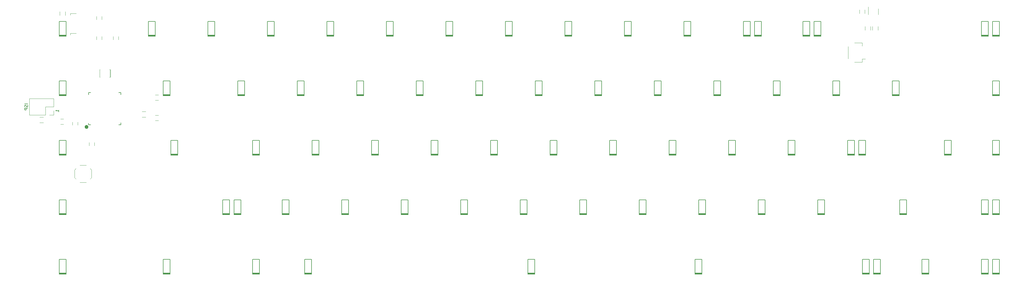
<source format=gbr>
%TF.GenerationSoftware,KiCad,Pcbnew,(5.99.0-12740-g895f4ca989)*%
%TF.CreationDate,2021-10-23T17:36:28+02:00*%
%TF.ProjectId,mamooth,6d616d6f-6f74-4682-9e6b-696361645f70,rev?*%
%TF.SameCoordinates,Original*%
%TF.FileFunction,Legend,Bot*%
%TF.FilePolarity,Positive*%
%FSLAX46Y46*%
G04 Gerber Fmt 4.6, Leading zero omitted, Abs format (unit mm)*
G04 Created by KiCad (PCBNEW (5.99.0-12740-g895f4ca989)) date 2021-10-23 17:36:28*
%MOMM*%
%LPD*%
G01*
G04 APERTURE LIST*
%ADD10C,0.150000*%
%ADD11C,0.120000*%
G04 APERTURE END LIST*
D10*
%TO.C,J2*%
X6110494Y-34875390D02*
X5110494Y-34875390D01*
X6062875Y-35303961D02*
X6110494Y-35446819D01*
X6110494Y-35684914D01*
X6062875Y-35780152D01*
X6015256Y-35827771D01*
X5920018Y-35875390D01*
X5824780Y-35875390D01*
X5729542Y-35827771D01*
X5681923Y-35780152D01*
X5634304Y-35684914D01*
X5586685Y-35494438D01*
X5539066Y-35399200D01*
X5491447Y-35351581D01*
X5396209Y-35303961D01*
X5300971Y-35303961D01*
X5205733Y-35351581D01*
X5158114Y-35399200D01*
X5110494Y-35494438D01*
X5110494Y-35732533D01*
X5158114Y-35875390D01*
X6110494Y-36303961D02*
X5110494Y-36303961D01*
X5110494Y-36684914D01*
X5158114Y-36780152D01*
X5205733Y-36827771D01*
X5300971Y-36875390D01*
X5443828Y-36875390D01*
X5539066Y-36827771D01*
X5586685Y-36780152D01*
X5634304Y-36684914D01*
X5634304Y-36303961D01*
X16060494Y-37407295D02*
X16060494Y-36835866D01*
X16060494Y-37121581D02*
X15060494Y-37121581D01*
X15203352Y-37026342D01*
X15298590Y-36931104D01*
X15346209Y-36835866D01*
%TO.C,D7*%
X139989181Y-13215634D02*
X142189181Y-13215634D01*
X139989181Y-12915634D02*
X142189181Y-12915634D01*
X139989181Y-8515634D02*
X139989181Y-12915634D01*
X142189181Y-12915634D02*
X142189181Y-8515634D01*
X142189181Y-13215634D02*
X142189181Y-12915634D01*
X142189181Y-13015634D02*
X139989181Y-13015634D01*
X142189181Y-13215634D02*
X139989181Y-13215634D01*
X142189181Y-12915634D02*
X142189181Y-13015634D01*
X139989181Y-13215634D02*
X139989181Y-12715634D01*
X139989181Y-13115634D02*
X142189181Y-13115634D01*
X142189181Y-13115634D02*
X142189181Y-13215634D01*
X139989181Y-13015634D02*
X139989181Y-13115634D01*
X142189181Y-8515634D02*
X139989181Y-8515634D01*
X139989181Y-12715634D02*
X139989181Y-13215634D01*
%TO.C,D53*%
X106651653Y-70365682D02*
X106651653Y-69865682D01*
X106651653Y-69865682D02*
X106651653Y-70365682D01*
X108851653Y-70165682D02*
X106651653Y-70165682D01*
X106651653Y-70265682D02*
X108851653Y-70265682D01*
X106651653Y-70065682D02*
X108851653Y-70065682D01*
X106651653Y-70365682D02*
X108851653Y-70365682D01*
X106651653Y-70165682D02*
X106651653Y-70265682D01*
X108851653Y-70065682D02*
X108851653Y-70165682D01*
X108851653Y-70365682D02*
X106651653Y-70365682D01*
X108851653Y-70365682D02*
X108851653Y-70065682D01*
X108851653Y-70065682D02*
X108851653Y-65665682D01*
X106651653Y-65665682D02*
X106651653Y-70065682D01*
X108851653Y-70265682D02*
X108851653Y-70365682D01*
X108851653Y-65665682D02*
X106651653Y-65665682D01*
D11*
%TO.C,J3*%
X270747416Y-15344663D02*
X273247416Y-15344663D01*
X273247416Y-20514663D02*
X274237416Y-20514663D01*
X273247416Y-21564663D02*
X273247416Y-20514663D01*
X270747416Y-21564663D02*
X273247416Y-21564663D01*
X268777416Y-20394663D02*
X268777416Y-16514663D01*
X273247416Y-15344663D02*
X273247416Y-16394663D01*
D10*
%TO.C,D6*%
X123139165Y-13115634D02*
X123139165Y-13215634D01*
X120939165Y-13115634D02*
X123139165Y-13115634D01*
X120939165Y-8515634D02*
X120939165Y-12915634D01*
X120939165Y-13215634D02*
X123139165Y-13215634D01*
X123139165Y-12915634D02*
X123139165Y-13015634D01*
X120939165Y-12915634D02*
X123139165Y-12915634D01*
X120939165Y-13015634D02*
X120939165Y-13115634D01*
X123139165Y-13215634D02*
X123139165Y-12915634D01*
X123139165Y-13015634D02*
X120939165Y-13015634D01*
X123139165Y-13215634D02*
X120939165Y-13215634D01*
X123139165Y-12915634D02*
X123139165Y-8515634D01*
X120939165Y-12715634D02*
X120939165Y-13215634D01*
X120939165Y-13215634D02*
X120939165Y-12715634D01*
X123139165Y-8515634D02*
X120939165Y-8515634D01*
%TO.C,D20*%
X92364141Y-31965650D02*
X94564141Y-31965650D01*
X94564141Y-27565650D02*
X92364141Y-27565650D01*
X92364141Y-32265650D02*
X92364141Y-31765650D01*
X94564141Y-31965650D02*
X94564141Y-32065650D01*
X94564141Y-32165650D02*
X94564141Y-32265650D01*
X92364141Y-32165650D02*
X94564141Y-32165650D01*
X92364141Y-32265650D02*
X94564141Y-32265650D01*
X92364141Y-31765650D02*
X92364141Y-32265650D01*
X94564141Y-32065650D02*
X92364141Y-32065650D01*
X94564141Y-31965650D02*
X94564141Y-27565650D01*
X92364141Y-27565650D02*
X92364141Y-31965650D01*
X94564141Y-32265650D02*
X94564141Y-31965650D01*
X94564141Y-32265650D02*
X92364141Y-32265650D01*
X92364141Y-32065650D02*
X92364141Y-32165650D01*
%TO.C,D16*%
X317211203Y-13215634D02*
X315011203Y-13215634D01*
X315011203Y-12715634D02*
X315011203Y-13215634D01*
X317211203Y-12915634D02*
X317211203Y-8515634D01*
X317211203Y-12915634D02*
X317211203Y-13015634D01*
X317211203Y-8515634D02*
X315011203Y-8515634D01*
X315011203Y-13215634D02*
X317211203Y-13215634D01*
X317211203Y-13215634D02*
X317211203Y-12915634D01*
X317211203Y-13015634D02*
X315011203Y-13015634D01*
X315011203Y-12915634D02*
X317211203Y-12915634D01*
X315011203Y-13015634D02*
X315011203Y-13115634D01*
X317211203Y-13115634D02*
X317211203Y-13215634D01*
X315011203Y-13115634D02*
X317211203Y-13115634D01*
X315011203Y-13215634D02*
X315011203Y-12715634D01*
X315011203Y-8515634D02*
X315011203Y-12915634D01*
%TO.C,D26*%
X208864237Y-32265650D02*
X208864237Y-31965650D01*
X208864237Y-31965650D02*
X208864237Y-27565650D01*
X206664237Y-31965650D02*
X208864237Y-31965650D01*
X208864237Y-32265650D02*
X206664237Y-32265650D01*
X208864237Y-32165650D02*
X208864237Y-32265650D01*
X208864237Y-27565650D02*
X206664237Y-27565650D01*
X206664237Y-32265650D02*
X206664237Y-31765650D01*
X208864237Y-31965650D02*
X208864237Y-32065650D01*
X206664237Y-27565650D02*
X206664237Y-31965650D01*
X208864237Y-32065650D02*
X206664237Y-32065650D01*
X206664237Y-32065650D02*
X206664237Y-32165650D01*
X206664237Y-31765650D02*
X206664237Y-32265650D01*
X206664237Y-32265650D02*
X208864237Y-32265650D01*
X206664237Y-32165650D02*
X208864237Y-32165650D01*
%TO.C,D42*%
X211426741Y-50815666D02*
X211426741Y-51315666D01*
X213626741Y-51215666D02*
X213626741Y-51315666D01*
X211426741Y-51215666D02*
X213626741Y-51215666D01*
X211426741Y-46615666D02*
X211426741Y-51015666D01*
X211426741Y-51315666D02*
X213626741Y-51315666D01*
X211426741Y-51315666D02*
X211426741Y-50815666D01*
X213626741Y-51115666D02*
X211426741Y-51115666D01*
X213626741Y-51315666D02*
X211426741Y-51315666D01*
X211426741Y-51115666D02*
X211426741Y-51215666D01*
X213626741Y-51315666D02*
X213626741Y-51015666D01*
X213626741Y-46615666D02*
X211426741Y-46615666D01*
X213626741Y-51015666D02*
X213626741Y-46615666D01*
X213626741Y-51015666D02*
X213626741Y-51115666D01*
X211426741Y-51015666D02*
X213626741Y-51015666D01*
%TO.C,D78*%
X292389309Y-89115698D02*
X294589309Y-89115698D01*
X294589309Y-89115698D02*
X294589309Y-89215698D01*
X292389309Y-88915698D02*
X292389309Y-89415698D01*
X294589309Y-89315698D02*
X294589309Y-89415698D01*
X292389309Y-84715698D02*
X292389309Y-89115698D01*
X292389309Y-89415698D02*
X292389309Y-88915698D01*
X294589309Y-89115698D02*
X294589309Y-84715698D01*
X292389309Y-89315698D02*
X294589309Y-89315698D01*
X292389309Y-89215698D02*
X292389309Y-89315698D01*
X294589309Y-89415698D02*
X292389309Y-89415698D01*
X294589309Y-84715698D02*
X292389309Y-84715698D01*
X292389309Y-89415698D02*
X294589309Y-89415698D01*
X294589309Y-89415698D02*
X294589309Y-89115698D01*
X294589309Y-89215698D02*
X292389309Y-89215698D01*
D11*
%TO.C,R102*%
X274154606Y-10115634D02*
X274154606Y-11315634D01*
X275914606Y-11315634D02*
X275914606Y-10115634D01*
D10*
%TO.C,D75*%
X219761123Y-88915698D02*
X219761123Y-89415698D01*
X221961123Y-89115698D02*
X221961123Y-89215698D01*
X221961123Y-89315698D02*
X221961123Y-89415698D01*
X221961123Y-89215698D02*
X219761123Y-89215698D01*
X221961123Y-89415698D02*
X219761123Y-89415698D01*
X221961123Y-84715698D02*
X219761123Y-84715698D01*
X219761123Y-89315698D02*
X221961123Y-89315698D01*
X221961123Y-89415698D02*
X221961123Y-89115698D01*
X221961123Y-89115698D02*
X221961123Y-84715698D01*
X219761123Y-89215698D02*
X219761123Y-89315698D01*
X219761123Y-84715698D02*
X219761123Y-89115698D01*
X219761123Y-89415698D02*
X219761123Y-88915698D01*
X219761123Y-89415698D02*
X221961123Y-89415698D01*
X219761123Y-89115698D02*
X221961123Y-89115698D01*
%TO.C,D15*%
X313639325Y-13215634D02*
X311439325Y-13215634D01*
X311439325Y-8515634D02*
X311439325Y-12915634D01*
X311439325Y-13115634D02*
X313639325Y-13115634D01*
X311439325Y-13215634D02*
X311439325Y-12715634D01*
X313639325Y-12915634D02*
X313639325Y-13015634D01*
X311439325Y-13015634D02*
X311439325Y-13115634D01*
X311439325Y-13215634D02*
X313639325Y-13215634D01*
X311439325Y-12715634D02*
X311439325Y-13215634D01*
X311439325Y-12915634D02*
X313639325Y-12915634D01*
X313639325Y-8515634D02*
X311439325Y-8515634D01*
X313639325Y-13115634D02*
X313639325Y-13215634D01*
X313639325Y-13215634D02*
X313639325Y-12915634D01*
X313639325Y-12915634D02*
X313639325Y-8515634D01*
X313639325Y-13015634D02*
X311439325Y-13015634D01*
%TO.C,D31*%
X254289277Y-12915634D02*
X256489277Y-12915634D01*
X254289277Y-13015634D02*
X254289277Y-13115634D01*
X254289277Y-12715634D02*
X254289277Y-13215634D01*
X256489277Y-12915634D02*
X256489277Y-8515634D01*
X256489277Y-12915634D02*
X256489277Y-13015634D01*
X254289277Y-8515634D02*
X254289277Y-12915634D01*
X256489277Y-8515634D02*
X254289277Y-8515634D01*
X256489277Y-13115634D02*
X256489277Y-13215634D01*
X256489277Y-13215634D02*
X254289277Y-13215634D01*
X256489277Y-13015634D02*
X254289277Y-13015634D01*
X254289277Y-13215634D02*
X256489277Y-13215634D01*
X254289277Y-13215634D02*
X254289277Y-12715634D01*
X256489277Y-13215634D02*
X256489277Y-12915634D01*
X254289277Y-13115634D02*
X256489277Y-13115634D01*
%TO.C,D76*%
X276911171Y-89215698D02*
X276911171Y-89315698D01*
X279111171Y-84715698D02*
X276911171Y-84715698D01*
X279111171Y-89415698D02*
X276911171Y-89415698D01*
X279111171Y-89115698D02*
X279111171Y-84715698D01*
X276911171Y-88915698D02*
X276911171Y-89415698D01*
X279111171Y-89115698D02*
X279111171Y-89215698D01*
X276911171Y-89115698D02*
X279111171Y-89115698D01*
X276911171Y-89315698D02*
X279111171Y-89315698D01*
X276911171Y-89415698D02*
X276911171Y-88915698D01*
X276911171Y-84715698D02*
X276911171Y-89115698D01*
X276911171Y-89415698D02*
X279111171Y-89415698D01*
X279111171Y-89315698D02*
X279111171Y-89415698D01*
X279111171Y-89415698D02*
X279111171Y-89115698D01*
X279111171Y-89215698D02*
X276911171Y-89215698D01*
%TO.C,D72*%
X166182953Y-88915698D02*
X166182953Y-89415698D01*
X166182953Y-89415698D02*
X168382953Y-89415698D01*
X166182953Y-84715698D02*
X166182953Y-89115698D01*
X168382953Y-89115698D02*
X168382953Y-89215698D01*
X168382953Y-89315698D02*
X168382953Y-89415698D01*
X168382953Y-89415698D02*
X166182953Y-89415698D01*
X166182953Y-89115698D02*
X168382953Y-89115698D01*
X166182953Y-89415698D02*
X166182953Y-88915698D01*
X168382953Y-89415698D02*
X168382953Y-89115698D01*
X168382953Y-89215698D02*
X166182953Y-89215698D01*
X168382953Y-84715698D02*
X166182953Y-84715698D01*
X168382953Y-89115698D02*
X168382953Y-84715698D01*
X166182953Y-89215698D02*
X166182953Y-89315698D01*
X166182953Y-89315698D02*
X168382953Y-89315698D01*
%TO.C,D66*%
X49501605Y-89415698D02*
X49501605Y-88915698D01*
X51701605Y-89115698D02*
X51701605Y-89215698D01*
X51701605Y-89315698D02*
X51701605Y-89415698D01*
X51701605Y-89115698D02*
X51701605Y-84715698D01*
X51701605Y-89415698D02*
X49501605Y-89415698D01*
X51701605Y-84715698D02*
X49501605Y-84715698D01*
X51701605Y-89415698D02*
X51701605Y-89115698D01*
X49501605Y-89315698D02*
X51701605Y-89315698D01*
X49501605Y-89215698D02*
X49501605Y-89315698D01*
X51701605Y-89215698D02*
X49501605Y-89215698D01*
X49501605Y-89115698D02*
X51701605Y-89115698D01*
X49501605Y-88915698D02*
X49501605Y-89415698D01*
X49501605Y-89415698D02*
X51701605Y-89415698D01*
X49501605Y-84715698D02*
X49501605Y-89115698D01*
%TO.C,D68*%
X94745393Y-89315698D02*
X96945393Y-89315698D01*
X96945393Y-89415698D02*
X94745393Y-89415698D01*
X94745393Y-88915698D02*
X94745393Y-89415698D01*
X96945393Y-89115698D02*
X96945393Y-89215698D01*
X96945393Y-89215698D02*
X94745393Y-89215698D01*
X96945393Y-89415698D02*
X96945393Y-89115698D01*
X94745393Y-89415698D02*
X94745393Y-88915698D01*
X94745393Y-89415698D02*
X96945393Y-89415698D01*
X94745393Y-84715698D02*
X94745393Y-89115698D01*
X96945393Y-89115698D02*
X96945393Y-84715698D01*
X96945393Y-84715698D02*
X94745393Y-84715698D01*
X94745393Y-89215698D02*
X94745393Y-89315698D01*
X96945393Y-89315698D02*
X96945393Y-89415698D01*
X94745393Y-89115698D02*
X96945393Y-89115698D01*
%TO.C,D41*%
X192376725Y-46615666D02*
X192376725Y-51015666D01*
X192376725Y-51215666D02*
X194576725Y-51215666D01*
X192376725Y-51315666D02*
X194576725Y-51315666D01*
X194576725Y-51015666D02*
X194576725Y-51115666D01*
X194576725Y-46615666D02*
X192376725Y-46615666D01*
X192376725Y-51315666D02*
X192376725Y-50815666D01*
X194576725Y-51015666D02*
X194576725Y-46615666D01*
X192376725Y-51015666D02*
X194576725Y-51015666D01*
X192376725Y-50815666D02*
X192376725Y-51315666D01*
X192376725Y-51115666D02*
X192376725Y-51215666D01*
X194576725Y-51315666D02*
X194576725Y-51015666D01*
X194576725Y-51315666D02*
X192376725Y-51315666D01*
X194576725Y-51215666D02*
X194576725Y-51315666D01*
X194576725Y-51115666D02*
X192376725Y-51115666D01*
%TO.C,D65*%
X16164077Y-89215698D02*
X16164077Y-89315698D01*
X16164077Y-89315698D02*
X18364077Y-89315698D01*
X18364077Y-89115698D02*
X18364077Y-84715698D01*
X18364077Y-84715698D02*
X16164077Y-84715698D01*
X16164077Y-88915698D02*
X16164077Y-89415698D01*
X16164077Y-89415698D02*
X18364077Y-89415698D01*
X16164077Y-84715698D02*
X16164077Y-89115698D01*
X18364077Y-89115698D02*
X18364077Y-89215698D01*
X18364077Y-89415698D02*
X16164077Y-89415698D01*
X18364077Y-89315698D02*
X18364077Y-89415698D01*
X16164077Y-89115698D02*
X18364077Y-89115698D01*
X18364077Y-89415698D02*
X18364077Y-89115698D01*
X18364077Y-89215698D02*
X16164077Y-89215698D01*
X16164077Y-89415698D02*
X16164077Y-88915698D01*
D11*
%TO.C,F1*%
X274128667Y-5957817D02*
X274128667Y-4757817D01*
X272368667Y-4757817D02*
X272368667Y-5957817D01*
D10*
%TO.C,D11*%
X216189245Y-13015634D02*
X216189245Y-13115634D01*
X218389245Y-13215634D02*
X216189245Y-13215634D01*
X218389245Y-13015634D02*
X216189245Y-13015634D01*
X216189245Y-8515634D02*
X216189245Y-12915634D01*
X218389245Y-13115634D02*
X218389245Y-13215634D01*
X216189245Y-12915634D02*
X218389245Y-12915634D01*
X218389245Y-8515634D02*
X216189245Y-8515634D01*
X216189245Y-13215634D02*
X218389245Y-13215634D01*
X218389245Y-12915634D02*
X218389245Y-13015634D01*
X218389245Y-13215634D02*
X218389245Y-12915634D01*
X216189245Y-13215634D02*
X216189245Y-12715634D01*
X216189245Y-13115634D02*
X218389245Y-13115634D01*
X216189245Y-12715634D02*
X216189245Y-13215634D01*
X218389245Y-12915634D02*
X218389245Y-8515634D01*
%TO.C,D49*%
X16164077Y-69865682D02*
X16164077Y-70365682D01*
X16164077Y-70265682D02*
X18364077Y-70265682D01*
X18364077Y-70265682D02*
X18364077Y-70365682D01*
X16164077Y-70165682D02*
X16164077Y-70265682D01*
X16164077Y-65665682D02*
X16164077Y-70065682D01*
X18364077Y-65665682D02*
X16164077Y-65665682D01*
X18364077Y-70165682D02*
X16164077Y-70165682D01*
X18364077Y-70365682D02*
X18364077Y-70065682D01*
X18364077Y-70065682D02*
X18364077Y-65665682D01*
X16164077Y-70365682D02*
X18364077Y-70365682D01*
X16164077Y-70365682D02*
X16164077Y-69865682D01*
X18364077Y-70065682D02*
X18364077Y-70165682D01*
X18364077Y-70365682D02*
X16164077Y-70365682D01*
X16164077Y-70065682D02*
X18364077Y-70065682D01*
%TO.C,D9*%
X180289213Y-8515634D02*
X178089213Y-8515634D01*
X180289213Y-13215634D02*
X178089213Y-13215634D01*
X178089213Y-13115634D02*
X180289213Y-13115634D01*
X178089213Y-8515634D02*
X178089213Y-12915634D01*
X180289213Y-13115634D02*
X180289213Y-13215634D01*
X178089213Y-13215634D02*
X178089213Y-12715634D01*
X178089213Y-12915634D02*
X180289213Y-12915634D01*
X180289213Y-13015634D02*
X178089213Y-13015634D01*
X180289213Y-13215634D02*
X180289213Y-12915634D01*
X178089213Y-13015634D02*
X178089213Y-13115634D01*
X180289213Y-12915634D02*
X180289213Y-13015634D01*
X178089213Y-13215634D02*
X180289213Y-13215634D01*
X180289213Y-12915634D02*
X180289213Y-8515634D01*
X178089213Y-12715634D02*
X178089213Y-13215634D01*
D11*
%TO.C,C101*%
X22093748Y-40709398D02*
X22093748Y-41709398D01*
X20393748Y-41709398D02*
X20393748Y-40709398D01*
D10*
%TO.C,D5*%
X101889149Y-13215634D02*
X104089149Y-13215634D01*
X104089149Y-12915634D02*
X104089149Y-13015634D01*
X104089149Y-13015634D02*
X101889149Y-13015634D01*
X104089149Y-13215634D02*
X104089149Y-12915634D01*
X101889149Y-13015634D02*
X101889149Y-13115634D01*
X104089149Y-13115634D02*
X104089149Y-13215634D01*
X101889149Y-13215634D02*
X101889149Y-12715634D01*
X101889149Y-12715634D02*
X101889149Y-13215634D01*
X104089149Y-8515634D02*
X101889149Y-8515634D01*
X101889149Y-8515634D02*
X101889149Y-12915634D01*
X104089149Y-13215634D02*
X101889149Y-13215634D01*
X101889149Y-12915634D02*
X104089149Y-12915634D01*
X104089149Y-12915634D02*
X104089149Y-8515634D01*
X101889149Y-13115634D02*
X104089149Y-13115634D01*
%TO.C,D47*%
X301733065Y-51215666D02*
X301733065Y-51315666D01*
X299533065Y-51015666D02*
X301733065Y-51015666D01*
X299533065Y-51315666D02*
X301733065Y-51315666D01*
X299533065Y-51215666D02*
X301733065Y-51215666D01*
X301733065Y-46615666D02*
X299533065Y-46615666D01*
X301733065Y-51115666D02*
X299533065Y-51115666D01*
X301733065Y-51315666D02*
X299533065Y-51315666D01*
X299533065Y-51115666D02*
X299533065Y-51215666D01*
X299533065Y-46615666D02*
X299533065Y-51015666D01*
X301733065Y-51015666D02*
X301733065Y-46615666D01*
X299533065Y-50815666D02*
X299533065Y-51315666D01*
X299533065Y-51315666D02*
X299533065Y-50815666D01*
X301733065Y-51315666D02*
X301733065Y-51015666D01*
X301733065Y-51015666D02*
X301733065Y-51115666D01*
%TO.C,U1*%
X24799756Y-42288894D02*
X24926756Y-42288894D01*
X25593756Y-41621894D02*
X26268756Y-41621894D01*
X25593756Y-41621894D02*
X25593756Y-41046894D01*
X35943756Y-41621894D02*
X35943756Y-40946894D01*
X35943756Y-31271894D02*
X35268756Y-31271894D01*
X25593756Y-31271894D02*
X25593756Y-31946894D01*
X25593756Y-31271894D02*
X26268756Y-31271894D01*
X35943756Y-41621894D02*
X35268756Y-41621894D01*
X35943756Y-31271894D02*
X35943756Y-31946894D01*
X25180756Y-42288894D02*
G75*
G03*
X25180756Y-42288894I-254000J0D01*
G01*
X25450390Y-42288894D02*
G75*
G03*
X25450390Y-42288894I-523634J0D01*
G01*
X25210737Y-42288894D02*
G75*
G03*
X25210737Y-42288894I-283981J0D01*
G01*
X25053756Y-42288894D02*
G75*
G03*
X25053756Y-42288894I-127000J0D01*
G01*
X25328365Y-42288894D02*
G75*
G03*
X25328365Y-42288894I-401609J0D01*
G01*
%TO.C,D67*%
X78076629Y-88915698D02*
X78076629Y-89415698D01*
X78076629Y-89415698D02*
X80276629Y-89415698D01*
X78076629Y-89215698D02*
X78076629Y-89315698D01*
X78076629Y-84715698D02*
X78076629Y-89115698D01*
X80276629Y-84715698D02*
X78076629Y-84715698D01*
X80276629Y-89415698D02*
X78076629Y-89415698D01*
X80276629Y-89315698D02*
X80276629Y-89415698D01*
X80276629Y-89415698D02*
X80276629Y-89115698D01*
X78076629Y-89415698D02*
X78076629Y-88915698D01*
X78076629Y-89115698D02*
X80276629Y-89115698D01*
X80276629Y-89115698D02*
X80276629Y-84715698D01*
X80276629Y-89215698D02*
X78076629Y-89215698D01*
X78076629Y-89315698D02*
X80276629Y-89315698D01*
X80276629Y-89115698D02*
X80276629Y-89215698D01*
D11*
%TO.C,J2*%
X6658114Y-38451581D02*
X6658114Y-33251581D01*
X13068114Y-38451581D02*
X14398114Y-38451581D01*
X14398114Y-33251581D02*
X6658114Y-33251581D01*
X14398114Y-35851581D02*
X14398114Y-33251581D01*
X11798114Y-38451581D02*
X6658114Y-38451581D01*
X11798114Y-35851581D02*
X14398114Y-35851581D01*
X14398114Y-38451581D02*
X14398114Y-37121581D01*
X11798114Y-38451581D02*
X11798114Y-35851581D01*
D10*
%TO.C,D50*%
X68551621Y-69865682D02*
X68551621Y-70365682D01*
X70751621Y-65665682D02*
X68551621Y-65665682D01*
X68551621Y-70365682D02*
X68551621Y-69865682D01*
X70751621Y-70165682D02*
X68551621Y-70165682D01*
X70751621Y-70065682D02*
X70751621Y-70165682D01*
X68551621Y-70065682D02*
X70751621Y-70065682D01*
X68551621Y-65665682D02*
X68551621Y-70065682D01*
X68551621Y-70265682D02*
X70751621Y-70265682D01*
X70751621Y-70365682D02*
X68551621Y-70365682D01*
X68551621Y-70165682D02*
X68551621Y-70265682D01*
X68551621Y-70365682D02*
X70751621Y-70365682D01*
X70751621Y-70365682D02*
X70751621Y-70065682D01*
X70751621Y-70065682D02*
X70751621Y-65665682D01*
X70751621Y-70265682D02*
X70751621Y-70365682D01*
%TO.C,D48*%
X315011203Y-50815666D02*
X315011203Y-51315666D01*
X317211203Y-51315666D02*
X317211203Y-51015666D01*
X315011203Y-51115666D02*
X315011203Y-51215666D01*
X317211203Y-51215666D02*
X317211203Y-51315666D01*
X315011203Y-51215666D02*
X317211203Y-51215666D01*
X315011203Y-51015666D02*
X317211203Y-51015666D01*
X317211203Y-51315666D02*
X315011203Y-51315666D01*
X315011203Y-51315666D02*
X317211203Y-51315666D01*
X315011203Y-46615666D02*
X315011203Y-51015666D01*
X317211203Y-46615666D02*
X315011203Y-46615666D01*
X317211203Y-51015666D02*
X317211203Y-46615666D01*
X315011203Y-51315666D02*
X315011203Y-50815666D01*
X317211203Y-51115666D02*
X315011203Y-51115666D01*
X317211203Y-51015666D02*
X317211203Y-51115666D01*
%TO.C,D14*%
X257861155Y-12915634D02*
X260061155Y-12915634D01*
X260061155Y-8515634D02*
X257861155Y-8515634D01*
X257861155Y-8515634D02*
X257861155Y-12915634D01*
X260061155Y-12915634D02*
X260061155Y-8515634D01*
X257861155Y-13015634D02*
X257861155Y-13115634D01*
X260061155Y-13215634D02*
X260061155Y-12915634D01*
X260061155Y-13015634D02*
X257861155Y-13015634D01*
X257861155Y-12715634D02*
X257861155Y-13215634D01*
X260061155Y-13115634D02*
X260061155Y-13215634D01*
X260061155Y-13215634D02*
X257861155Y-13215634D01*
X257861155Y-13115634D02*
X260061155Y-13115634D01*
X260061155Y-12915634D02*
X260061155Y-13015634D01*
X257861155Y-13215634D02*
X257861155Y-12715634D01*
X257861155Y-13215634D02*
X260061155Y-13215634D01*
%TO.C,D4*%
X85039133Y-12915634D02*
X85039133Y-13015634D01*
X82839133Y-12715634D02*
X82839133Y-13215634D01*
X82839133Y-8515634D02*
X82839133Y-12915634D01*
X85039133Y-13015634D02*
X82839133Y-13015634D01*
X82839133Y-13215634D02*
X85039133Y-13215634D01*
X82839133Y-13115634D02*
X85039133Y-13115634D01*
X82839133Y-13215634D02*
X82839133Y-12715634D01*
X82839133Y-13015634D02*
X82839133Y-13115634D01*
X85039133Y-13115634D02*
X85039133Y-13215634D01*
X85039133Y-8515634D02*
X82839133Y-8515634D01*
X82839133Y-12915634D02*
X85039133Y-12915634D01*
X85039133Y-13215634D02*
X82839133Y-13215634D01*
X85039133Y-12915634D02*
X85039133Y-8515634D01*
X85039133Y-13215634D02*
X85039133Y-12915634D01*
%TO.C,D62*%
X287445553Y-70265682D02*
X287445553Y-70365682D01*
X287445553Y-65665682D02*
X285245553Y-65665682D01*
X285245553Y-69865682D02*
X285245553Y-70365682D01*
X285245553Y-70265682D02*
X287445553Y-70265682D01*
X285245553Y-65665682D02*
X285245553Y-70065682D01*
X285245553Y-70365682D02*
X287445553Y-70365682D01*
X287445553Y-70065682D02*
X287445553Y-70165682D01*
X287445553Y-70365682D02*
X287445553Y-70065682D01*
X287445553Y-70365682D02*
X285245553Y-70365682D01*
X287445553Y-70065682D02*
X287445553Y-65665682D01*
X285245553Y-70365682D02*
X285245553Y-69865682D01*
X285245553Y-70165682D02*
X285245553Y-70265682D01*
X285245553Y-70065682D02*
X287445553Y-70065682D01*
X287445553Y-70165682D02*
X285245553Y-70165682D01*
%TO.C,D79*%
X311439325Y-89115698D02*
X313639325Y-89115698D01*
X311439325Y-89315698D02*
X313639325Y-89315698D01*
X313639325Y-89115698D02*
X313639325Y-89215698D01*
X313639325Y-89415698D02*
X311439325Y-89415698D01*
X313639325Y-89315698D02*
X313639325Y-89415698D01*
X311439325Y-89415698D02*
X313639325Y-89415698D01*
X313639325Y-89115698D02*
X313639325Y-84715698D01*
X311439325Y-88915698D02*
X311439325Y-89415698D01*
X313639325Y-89415698D02*
X313639325Y-89115698D01*
X313639325Y-89215698D02*
X311439325Y-89215698D01*
X311439325Y-89415698D02*
X311439325Y-88915698D01*
X313639325Y-84715698D02*
X311439325Y-84715698D01*
X311439325Y-89215698D02*
X311439325Y-89315698D01*
X311439325Y-84715698D02*
X311439325Y-89115698D01*
%TO.C,D24*%
X170764205Y-31965650D02*
X170764205Y-32065650D01*
X168564205Y-32265650D02*
X168564205Y-31765650D01*
X168564205Y-32265650D02*
X170764205Y-32265650D01*
X170764205Y-32265650D02*
X168564205Y-32265650D01*
X170764205Y-32165650D02*
X170764205Y-32265650D01*
X170764205Y-32065650D02*
X168564205Y-32065650D01*
X168564205Y-27565650D02*
X168564205Y-31965650D01*
X168564205Y-32165650D02*
X170764205Y-32165650D01*
X168564205Y-32065650D02*
X168564205Y-32165650D01*
X170764205Y-31965650D02*
X170764205Y-27565650D01*
X170764205Y-27565650D02*
X168564205Y-27565650D01*
X168564205Y-31965650D02*
X170764205Y-31965650D01*
X168564205Y-31765650D02*
X168564205Y-32265650D01*
X170764205Y-32265650D02*
X170764205Y-31965650D01*
D11*
%TO.C,R105*%
X18144077Y-6553130D02*
X18144077Y-5353130D01*
X16384077Y-5353130D02*
X16384077Y-6553130D01*
%TO.C,C106*%
X17576557Y-41464085D02*
X16576557Y-41464085D01*
X16576557Y-39764085D02*
X17576557Y-39764085D01*
D10*
%TO.C,D80*%
X317211203Y-89415698D02*
X315011203Y-89415698D01*
X317211203Y-89115698D02*
X317211203Y-89215698D01*
X315011203Y-89415698D02*
X317211203Y-89415698D01*
X315011203Y-89215698D02*
X315011203Y-89315698D01*
X317211203Y-89315698D02*
X317211203Y-89415698D01*
X315011203Y-89315698D02*
X317211203Y-89315698D01*
X317211203Y-89215698D02*
X315011203Y-89215698D01*
X317211203Y-89415698D02*
X317211203Y-89115698D01*
X315011203Y-89115698D02*
X317211203Y-89115698D01*
X315011203Y-89415698D02*
X315011203Y-88915698D01*
X317211203Y-89115698D02*
X317211203Y-84715698D01*
X315011203Y-84715698D02*
X315011203Y-89115698D01*
X317211203Y-84715698D02*
X315011203Y-84715698D01*
X315011203Y-88915698D02*
X315011203Y-89415698D01*
%TO.C,D25*%
X187614221Y-31765650D02*
X187614221Y-32265650D01*
X187614221Y-32265650D02*
X187614221Y-31765650D01*
X189814221Y-32165650D02*
X189814221Y-32265650D01*
X189814221Y-32265650D02*
X187614221Y-32265650D01*
X187614221Y-32065650D02*
X187614221Y-32165650D01*
X189814221Y-31965650D02*
X189814221Y-32065650D01*
X189814221Y-32065650D02*
X187614221Y-32065650D01*
X187614221Y-31965650D02*
X189814221Y-31965650D01*
X189814221Y-27565650D02*
X187614221Y-27565650D01*
X189814221Y-31965650D02*
X189814221Y-27565650D01*
X187614221Y-32165650D02*
X189814221Y-32165650D01*
X187614221Y-27565650D02*
X187614221Y-31965650D01*
X189814221Y-32265650D02*
X189814221Y-31965650D01*
X187614221Y-32265650D02*
X189814221Y-32265650D01*
%TO.C,D33*%
X16164077Y-51315666D02*
X18364077Y-51315666D01*
X16164077Y-51015666D02*
X18364077Y-51015666D01*
X18364077Y-51015666D02*
X18364077Y-46615666D01*
X18364077Y-51115666D02*
X16164077Y-51115666D01*
X16164077Y-51115666D02*
X16164077Y-51215666D01*
X16164077Y-51315666D02*
X16164077Y-50815666D01*
X16164077Y-46615666D02*
X16164077Y-51015666D01*
X18364077Y-51315666D02*
X18364077Y-51015666D01*
X18364077Y-51315666D02*
X16164077Y-51315666D01*
X16164077Y-51215666D02*
X18364077Y-51215666D01*
X18364077Y-51215666D02*
X18364077Y-51315666D01*
X18364077Y-46615666D02*
X16164077Y-46615666D01*
X16164077Y-50815666D02*
X16164077Y-51315666D01*
X18364077Y-51015666D02*
X18364077Y-51115666D01*
%TO.C,D35*%
X78076629Y-51115666D02*
X78076629Y-51215666D01*
X80276629Y-46615666D02*
X78076629Y-46615666D01*
X80276629Y-51015666D02*
X80276629Y-46615666D01*
X78076629Y-51215666D02*
X80276629Y-51215666D01*
X80276629Y-51015666D02*
X80276629Y-51115666D01*
X80276629Y-51315666D02*
X80276629Y-51015666D01*
X78076629Y-50815666D02*
X78076629Y-51315666D01*
X78076629Y-51015666D02*
X80276629Y-51015666D01*
X80276629Y-51215666D02*
X80276629Y-51315666D01*
X78076629Y-46615666D02*
X78076629Y-51015666D01*
X80276629Y-51115666D02*
X78076629Y-51115666D01*
X78076629Y-51315666D02*
X80276629Y-51315666D01*
X78076629Y-51315666D02*
X78076629Y-50815666D01*
X80276629Y-51315666D02*
X78076629Y-51315666D01*
%TO.C,D52*%
X87601637Y-70165682D02*
X87601637Y-70265682D01*
X89801637Y-70365682D02*
X89801637Y-70065682D01*
X89801637Y-70265682D02*
X89801637Y-70365682D01*
X89801637Y-70065682D02*
X89801637Y-65665682D01*
X89801637Y-70065682D02*
X89801637Y-70165682D01*
X87601637Y-65665682D02*
X87601637Y-70065682D01*
X87601637Y-69865682D02*
X87601637Y-70365682D01*
X87601637Y-70365682D02*
X87601637Y-69865682D01*
X87601637Y-70365682D02*
X89801637Y-70365682D01*
X89801637Y-65665682D02*
X87601637Y-65665682D01*
X87601637Y-70065682D02*
X89801637Y-70065682D01*
X87601637Y-70265682D02*
X89801637Y-70265682D01*
X89801637Y-70365682D02*
X87601637Y-70365682D01*
X89801637Y-70165682D02*
X87601637Y-70165682D01*
%TO.C,D40*%
X173326709Y-51215666D02*
X175526709Y-51215666D01*
X175526709Y-51015666D02*
X175526709Y-51115666D01*
X175526709Y-51215666D02*
X175526709Y-51315666D01*
X175526709Y-46615666D02*
X173326709Y-46615666D01*
X173326709Y-51315666D02*
X175526709Y-51315666D01*
X173326709Y-51315666D02*
X173326709Y-50815666D01*
X173326709Y-51015666D02*
X175526709Y-51015666D01*
X173326709Y-50815666D02*
X173326709Y-51315666D01*
X173326709Y-51115666D02*
X173326709Y-51215666D01*
X175526709Y-51315666D02*
X175526709Y-51015666D01*
X175526709Y-51115666D02*
X173326709Y-51115666D01*
X175526709Y-51315666D02*
X173326709Y-51315666D01*
X173326709Y-46615666D02*
X173326709Y-51015666D01*
X175526709Y-51015666D02*
X175526709Y-46615666D01*
%TO.C,D32*%
X315011203Y-32065650D02*
X315011203Y-32165650D01*
X317211203Y-32065650D02*
X315011203Y-32065650D01*
X317211203Y-31965650D02*
X317211203Y-27565650D01*
X317211203Y-27565650D02*
X315011203Y-27565650D01*
X315011203Y-32165650D02*
X317211203Y-32165650D01*
X315011203Y-32265650D02*
X315011203Y-31765650D01*
X315011203Y-31765650D02*
X315011203Y-32265650D01*
X317211203Y-32265650D02*
X317211203Y-31965650D01*
X315011203Y-32265650D02*
X317211203Y-32265650D01*
X317211203Y-32165650D02*
X317211203Y-32265650D01*
X315011203Y-31965650D02*
X317211203Y-31965650D01*
X317211203Y-32265650D02*
X315011203Y-32265650D01*
X317211203Y-31965650D02*
X317211203Y-32065650D01*
X315011203Y-27565650D02*
X315011203Y-31965650D01*
%TO.C,D23*%
X149514189Y-32165650D02*
X151714189Y-32165650D01*
X151714189Y-27565650D02*
X149514189Y-27565650D01*
X149514189Y-32265650D02*
X151714189Y-32265650D01*
X151714189Y-32165650D02*
X151714189Y-32265650D01*
X149514189Y-32065650D02*
X149514189Y-32165650D01*
X151714189Y-31965650D02*
X151714189Y-32065650D01*
X151714189Y-32265650D02*
X151714189Y-31965650D01*
X151714189Y-31965650D02*
X151714189Y-27565650D01*
X151714189Y-32065650D02*
X149514189Y-32065650D01*
X149514189Y-31965650D02*
X151714189Y-31965650D01*
X149514189Y-27565650D02*
X149514189Y-31965650D01*
X149514189Y-31765650D02*
X149514189Y-32265650D01*
X149514189Y-32265650D02*
X149514189Y-31765650D01*
X151714189Y-32265650D02*
X149514189Y-32265650D01*
D11*
%TO.C,C102*%
X27451565Y-47257841D02*
X27451565Y-48257841D01*
X25751565Y-48257841D02*
X25751565Y-47257841D01*
D10*
%TO.C,D30*%
X282864301Y-31765650D02*
X282864301Y-32265650D01*
X285064301Y-31965650D02*
X285064301Y-27565650D01*
X285064301Y-27565650D02*
X282864301Y-27565650D01*
X285064301Y-32265650D02*
X282864301Y-32265650D01*
X285064301Y-32265650D02*
X285064301Y-31965650D01*
X282864301Y-27565650D02*
X282864301Y-31965650D01*
X285064301Y-32165650D02*
X285064301Y-32265650D01*
X282864301Y-32165650D02*
X285064301Y-32165650D01*
X282864301Y-32065650D02*
X282864301Y-32165650D01*
X282864301Y-32265650D02*
X282864301Y-31765650D01*
X285064301Y-31965650D02*
X285064301Y-32065650D01*
X285064301Y-32065650D02*
X282864301Y-32065650D01*
X282864301Y-31965650D02*
X285064301Y-31965650D01*
X282864301Y-32265650D02*
X285064301Y-32265650D01*
D11*
%TO.C,U2*%
X275210545Y-6257817D02*
X275210545Y-3807817D01*
X278430545Y-4457817D02*
X278430545Y-6257817D01*
%TO.C,C105*%
X33490634Y-14325000D02*
X33490634Y-13325000D01*
X35190634Y-13325000D02*
X35190634Y-14325000D01*
D10*
%TO.C,D56*%
X166001701Y-70265682D02*
X166001701Y-70365682D01*
X166001701Y-70365682D02*
X166001701Y-70065682D01*
X163801701Y-70265682D02*
X166001701Y-70265682D01*
X163801701Y-69865682D02*
X163801701Y-70365682D01*
X166001701Y-65665682D02*
X163801701Y-65665682D01*
X163801701Y-70365682D02*
X163801701Y-69865682D01*
X163801701Y-70165682D02*
X163801701Y-70265682D01*
X166001701Y-70065682D02*
X166001701Y-65665682D01*
X166001701Y-70365682D02*
X163801701Y-70365682D01*
X166001701Y-70065682D02*
X166001701Y-70165682D01*
X166001701Y-70165682D02*
X163801701Y-70165682D01*
X163801701Y-70065682D02*
X166001701Y-70065682D01*
X163801701Y-70365682D02*
X166001701Y-70365682D01*
X163801701Y-65665682D02*
X163801701Y-70065682D01*
%TO.C,D51*%
X74323499Y-70065682D02*
X74323499Y-70165682D01*
X72123499Y-70365682D02*
X74323499Y-70365682D01*
X74323499Y-70265682D02*
X74323499Y-70365682D01*
X74323499Y-70065682D02*
X74323499Y-65665682D01*
X74323499Y-70165682D02*
X72123499Y-70165682D01*
X72123499Y-69865682D02*
X72123499Y-70365682D01*
X72123499Y-65665682D02*
X72123499Y-70065682D01*
X72123499Y-70365682D02*
X72123499Y-69865682D01*
X74323499Y-70365682D02*
X74323499Y-70065682D01*
X74323499Y-70365682D02*
X72123499Y-70365682D01*
X72123499Y-70165682D02*
X72123499Y-70265682D01*
X74323499Y-65665682D02*
X72123499Y-65665682D01*
X72123499Y-70065682D02*
X74323499Y-70065682D01*
X72123499Y-70265682D02*
X74323499Y-70265682D01*
%TO.C,D22*%
X132664173Y-32265650D02*
X132664173Y-31965650D01*
X130464173Y-32265650D02*
X132664173Y-32265650D01*
X130464173Y-32165650D02*
X132664173Y-32165650D01*
X130464173Y-32065650D02*
X130464173Y-32165650D01*
X132664173Y-27565650D02*
X130464173Y-27565650D01*
X132664173Y-31965650D02*
X132664173Y-32065650D01*
X132664173Y-32065650D02*
X130464173Y-32065650D01*
X130464173Y-31765650D02*
X130464173Y-32265650D01*
X130464173Y-32265650D02*
X130464173Y-31765650D01*
X132664173Y-32165650D02*
X132664173Y-32265650D01*
X132664173Y-32265650D02*
X130464173Y-32265650D01*
X132664173Y-31965650D02*
X132664173Y-27565650D01*
X130464173Y-27565650D02*
X130464173Y-31965650D01*
X130464173Y-31965650D02*
X132664173Y-31965650D01*
%TO.C,D8*%
X159039197Y-13215634D02*
X159039197Y-12715634D01*
X161239197Y-13215634D02*
X159039197Y-13215634D01*
X159039197Y-13015634D02*
X159039197Y-13115634D01*
X159039197Y-12715634D02*
X159039197Y-13215634D01*
X161239197Y-8515634D02*
X159039197Y-8515634D01*
X161239197Y-12915634D02*
X161239197Y-13015634D01*
X161239197Y-13015634D02*
X159039197Y-13015634D01*
X161239197Y-13215634D02*
X161239197Y-12915634D01*
X159039197Y-12915634D02*
X161239197Y-12915634D01*
X159039197Y-13215634D02*
X161239197Y-13215634D01*
X161239197Y-13115634D02*
X161239197Y-13215634D01*
X159039197Y-13115634D02*
X161239197Y-13115634D01*
X161239197Y-12915634D02*
X161239197Y-8515634D01*
X159039197Y-8515634D02*
X159039197Y-12915634D01*
%TO.C,D12*%
X237439261Y-13215634D02*
X237439261Y-12915634D01*
X235239261Y-8515634D02*
X235239261Y-12915634D01*
X237439261Y-12915634D02*
X237439261Y-8515634D01*
X235239261Y-13015634D02*
X235239261Y-13115634D01*
X237439261Y-13015634D02*
X235239261Y-13015634D01*
X235239261Y-13215634D02*
X237439261Y-13215634D01*
X237439261Y-13115634D02*
X237439261Y-13215634D01*
X235239261Y-13215634D02*
X235239261Y-12715634D01*
X235239261Y-13115634D02*
X237439261Y-13115634D01*
X237439261Y-8515634D02*
X235239261Y-8515634D01*
X235239261Y-12715634D02*
X235239261Y-13215634D01*
X237439261Y-12915634D02*
X237439261Y-13015634D01*
X235239261Y-12915634D02*
X237439261Y-12915634D01*
X237439261Y-13215634D02*
X235239261Y-13215634D01*
D11*
%TO.C,C103*%
X46937520Y-38573459D02*
X47937520Y-38573459D01*
X47937520Y-40273459D02*
X46937520Y-40273459D01*
D10*
%TO.C,D63*%
X311439325Y-70265682D02*
X313639325Y-70265682D01*
X311439325Y-65665682D02*
X311439325Y-70065682D01*
X313639325Y-70365682D02*
X311439325Y-70365682D01*
X313639325Y-70165682D02*
X311439325Y-70165682D01*
X311439325Y-70365682D02*
X311439325Y-69865682D01*
X313639325Y-70065682D02*
X313639325Y-65665682D01*
X313639325Y-70065682D02*
X313639325Y-70165682D01*
X311439325Y-70365682D02*
X313639325Y-70365682D01*
X311439325Y-69865682D02*
X311439325Y-70365682D01*
X311439325Y-70065682D02*
X313639325Y-70065682D01*
X313639325Y-65665682D02*
X311439325Y-65665682D01*
X313639325Y-70365682D02*
X313639325Y-70065682D01*
X311439325Y-70165682D02*
X311439325Y-70265682D01*
X313639325Y-70265682D02*
X313639325Y-70365682D01*
D11*
%TO.C,RGB2*%
X19725000Y-12325000D02*
X19725000Y-12825000D01*
X21625000Y-12325000D02*
X19725000Y-12325000D01*
%TO.C,C108*%
X29832817Y-13325000D02*
X29832817Y-14325000D01*
X28132817Y-14325000D02*
X28132817Y-13325000D01*
%TO.C,R104*%
X42670329Y-39112833D02*
X43870329Y-39112833D01*
X43870329Y-37352833D02*
X42670329Y-37352833D01*
D10*
%TO.C,D54*%
X127901669Y-70365682D02*
X125701669Y-70365682D01*
X127901669Y-65665682D02*
X125701669Y-65665682D01*
X125701669Y-70065682D02*
X127901669Y-70065682D01*
X125701669Y-70365682D02*
X127901669Y-70365682D01*
X125701669Y-70265682D02*
X127901669Y-70265682D01*
X125701669Y-69865682D02*
X125701669Y-70365682D01*
X125701669Y-70365682D02*
X125701669Y-69865682D01*
X125701669Y-65665682D02*
X125701669Y-70065682D01*
X125701669Y-70165682D02*
X125701669Y-70265682D01*
X127901669Y-70365682D02*
X127901669Y-70065682D01*
X127901669Y-70065682D02*
X127901669Y-65665682D01*
X127901669Y-70265682D02*
X127901669Y-70365682D01*
X127901669Y-70065682D02*
X127901669Y-70165682D01*
X127901669Y-70165682D02*
X125701669Y-70165682D01*
%TO.C,D39*%
X154276693Y-46615666D02*
X154276693Y-51015666D01*
X154276693Y-51315666D02*
X154276693Y-50815666D01*
X156476693Y-51015666D02*
X156476693Y-51115666D01*
X156476693Y-51315666D02*
X154276693Y-51315666D01*
X154276693Y-51115666D02*
X154276693Y-51215666D01*
X156476693Y-51315666D02*
X156476693Y-51015666D01*
X156476693Y-51015666D02*
X156476693Y-46615666D01*
X156476693Y-51115666D02*
X154276693Y-51115666D01*
X154276693Y-50815666D02*
X154276693Y-51315666D01*
X154276693Y-51015666D02*
X156476693Y-51015666D01*
X154276693Y-51315666D02*
X156476693Y-51315666D01*
X156476693Y-46615666D02*
X154276693Y-46615666D01*
X156476693Y-51215666D02*
X156476693Y-51315666D01*
X154276693Y-51215666D02*
X156476693Y-51215666D01*
D11*
%TO.C,R101*%
X276535858Y-10115634D02*
X276535858Y-11315634D01*
X278295858Y-11315634D02*
X278295858Y-10115634D01*
D10*
%TO.C,D43*%
X232676757Y-51215666D02*
X232676757Y-51315666D01*
X232676757Y-51115666D02*
X230476757Y-51115666D01*
X232676757Y-46615666D02*
X230476757Y-46615666D01*
X230476757Y-51215666D02*
X232676757Y-51215666D01*
X232676757Y-51315666D02*
X232676757Y-51015666D01*
X230476757Y-51315666D02*
X232676757Y-51315666D01*
X230476757Y-51115666D02*
X230476757Y-51215666D01*
X230476757Y-50815666D02*
X230476757Y-51315666D01*
X230476757Y-46615666D02*
X230476757Y-51015666D01*
X230476757Y-51315666D02*
X230476757Y-50815666D01*
X232676757Y-51315666D02*
X230476757Y-51315666D01*
X230476757Y-51015666D02*
X232676757Y-51015666D01*
X232676757Y-51015666D02*
X232676757Y-46615666D01*
X232676757Y-51015666D02*
X232676757Y-51115666D01*
D11*
%TO.C,C104*%
X47937520Y-33725016D02*
X46937520Y-33725016D01*
X46937520Y-32025016D02*
X47937520Y-32025016D01*
D10*
%TO.C,D13*%
X238811139Y-13015634D02*
X238811139Y-13115634D01*
X241011139Y-12915634D02*
X241011139Y-8515634D01*
X241011139Y-12915634D02*
X241011139Y-13015634D01*
X238811139Y-8515634D02*
X238811139Y-12915634D01*
X241011139Y-8515634D02*
X238811139Y-8515634D01*
X241011139Y-13015634D02*
X238811139Y-13015634D01*
X238811139Y-13115634D02*
X241011139Y-13115634D01*
X238811139Y-12915634D02*
X241011139Y-12915634D01*
X241011139Y-13215634D02*
X241011139Y-12915634D01*
X241011139Y-13115634D02*
X241011139Y-13215634D01*
X238811139Y-13215634D02*
X241011139Y-13215634D01*
X238811139Y-12715634D02*
X238811139Y-13215634D01*
X241011139Y-13215634D02*
X238811139Y-13215634D01*
X238811139Y-13215634D02*
X238811139Y-12715634D01*
%TO.C,D10*%
X197139229Y-13215634D02*
X199339229Y-13215634D01*
X199339229Y-13015634D02*
X197139229Y-13015634D01*
X197139229Y-13015634D02*
X197139229Y-13115634D01*
X197139229Y-13215634D02*
X197139229Y-12715634D01*
X199339229Y-13215634D02*
X199339229Y-12915634D01*
X197139229Y-12715634D02*
X197139229Y-13215634D01*
X197139229Y-13115634D02*
X199339229Y-13115634D01*
X199339229Y-13115634D02*
X199339229Y-13215634D01*
X199339229Y-8515634D02*
X197139229Y-8515634D01*
X199339229Y-12915634D02*
X199339229Y-13015634D01*
X197139229Y-8515634D02*
X197139229Y-12915634D01*
X197139229Y-12915634D02*
X199339229Y-12915634D01*
X199339229Y-13215634D02*
X197139229Y-13215634D01*
X199339229Y-12915634D02*
X199339229Y-8515634D01*
D11*
%TO.C,C107*%
X28132817Y-7925000D02*
X28132817Y-6925000D01*
X29832817Y-6925000D02*
X29832817Y-7925000D01*
D10*
%TO.C,D19*%
X73314125Y-32265650D02*
X75514125Y-32265650D01*
X73314125Y-31765650D02*
X73314125Y-32265650D01*
X75514125Y-27565650D02*
X73314125Y-27565650D01*
X73314125Y-32165650D02*
X75514125Y-32165650D01*
X75514125Y-32165650D02*
X75514125Y-32265650D01*
X75514125Y-31965650D02*
X75514125Y-27565650D01*
X75514125Y-32265650D02*
X75514125Y-31965650D01*
X75514125Y-31965650D02*
X75514125Y-32065650D01*
X73314125Y-27565650D02*
X73314125Y-31965650D01*
X73314125Y-31965650D02*
X75514125Y-31965650D01*
X75514125Y-32265650D02*
X73314125Y-32265650D01*
X73314125Y-32065650D02*
X73314125Y-32165650D01*
X75514125Y-32065650D02*
X73314125Y-32065650D01*
X73314125Y-32265650D02*
X73314125Y-31765650D01*
%TO.C,D28*%
X246964269Y-32065650D02*
X244764269Y-32065650D01*
X246964269Y-32265650D02*
X246964269Y-31965650D01*
X246964269Y-31965650D02*
X246964269Y-27565650D01*
X246964269Y-32265650D02*
X244764269Y-32265650D01*
X244764269Y-32165650D02*
X246964269Y-32165650D01*
X244764269Y-27565650D02*
X244764269Y-31965650D01*
X244764269Y-32265650D02*
X246964269Y-32265650D01*
X246964269Y-31965650D02*
X246964269Y-32065650D01*
X246964269Y-32165650D02*
X246964269Y-32265650D01*
X244764269Y-32265650D02*
X244764269Y-31765650D01*
X246964269Y-27565650D02*
X244764269Y-27565650D01*
X244764269Y-32065650D02*
X244764269Y-32165650D01*
X244764269Y-31765650D02*
X244764269Y-32265650D01*
X244764269Y-31965650D02*
X246964269Y-31965650D01*
%TO.C,D29*%
X263814285Y-32265650D02*
X263814285Y-31765650D01*
X263814285Y-32165650D02*
X266014285Y-32165650D01*
X263814285Y-32265650D02*
X266014285Y-32265650D01*
X266014285Y-32265650D02*
X266014285Y-31965650D01*
X266014285Y-31965650D02*
X266014285Y-27565650D01*
X266014285Y-27565650D02*
X263814285Y-27565650D01*
X263814285Y-31965650D02*
X266014285Y-31965650D01*
X266014285Y-32265650D02*
X263814285Y-32265650D01*
X266014285Y-32165650D02*
X266014285Y-32265650D01*
X263814285Y-27565650D02*
X263814285Y-31965650D01*
X263814285Y-31765650D02*
X263814285Y-32265650D01*
X266014285Y-32065650D02*
X263814285Y-32065650D01*
X263814285Y-32065650D02*
X263814285Y-32165650D01*
X266014285Y-31965650D02*
X266014285Y-32065650D01*
%TO.C,D59*%
X220951749Y-70365682D02*
X223151749Y-70365682D01*
X220951749Y-70365682D02*
X220951749Y-69865682D01*
X223151749Y-70165682D02*
X220951749Y-70165682D01*
X220951749Y-70265682D02*
X223151749Y-70265682D01*
X223151749Y-70365682D02*
X220951749Y-70365682D01*
X220951749Y-70065682D02*
X223151749Y-70065682D01*
X223151749Y-70365682D02*
X223151749Y-70065682D01*
X220951749Y-69865682D02*
X220951749Y-70365682D01*
X223151749Y-70065682D02*
X223151749Y-65665682D01*
X220951749Y-70165682D02*
X220951749Y-70265682D01*
X223151749Y-70265682D02*
X223151749Y-70365682D01*
X223151749Y-65665682D02*
X220951749Y-65665682D01*
X220951749Y-65665682D02*
X220951749Y-70065682D01*
X223151749Y-70065682D02*
X223151749Y-70165682D01*
%TO.C,D44*%
X251726773Y-51015666D02*
X251726773Y-51115666D01*
X249526773Y-51215666D02*
X251726773Y-51215666D01*
X251726773Y-51115666D02*
X249526773Y-51115666D01*
X249526773Y-51315666D02*
X251726773Y-51315666D01*
X251726773Y-51315666D02*
X251726773Y-51015666D01*
X249526773Y-51015666D02*
X251726773Y-51015666D01*
X251726773Y-46615666D02*
X249526773Y-46615666D01*
X251726773Y-51215666D02*
X251726773Y-51315666D01*
X249526773Y-51115666D02*
X249526773Y-51215666D01*
X249526773Y-46615666D02*
X249526773Y-51015666D01*
X249526773Y-50815666D02*
X249526773Y-51315666D01*
X249526773Y-51315666D02*
X249526773Y-50815666D01*
X251726773Y-51315666D02*
X249526773Y-51315666D01*
X251726773Y-51015666D02*
X251726773Y-46615666D01*
%TO.C,D61*%
X259051781Y-65665682D02*
X259051781Y-70065682D01*
X259051781Y-70065682D02*
X261251781Y-70065682D01*
X259051781Y-70365682D02*
X259051781Y-69865682D01*
X261251781Y-70065682D02*
X261251781Y-70165682D01*
X261251781Y-70365682D02*
X259051781Y-70365682D01*
X259051781Y-70165682D02*
X259051781Y-70265682D01*
X261251781Y-70065682D02*
X261251781Y-65665682D01*
X261251781Y-65665682D02*
X259051781Y-65665682D01*
X259051781Y-70265682D02*
X261251781Y-70265682D01*
X259051781Y-70365682D02*
X261251781Y-70365682D01*
X259051781Y-69865682D02*
X259051781Y-70365682D01*
X261251781Y-70165682D02*
X259051781Y-70165682D01*
X261251781Y-70365682D02*
X261251781Y-70065682D01*
X261251781Y-70265682D02*
X261251781Y-70365682D01*
%TO.C,D18*%
X51701605Y-32165650D02*
X51701605Y-32265650D01*
X49501605Y-27565650D02*
X49501605Y-31965650D01*
X51701605Y-32265650D02*
X51701605Y-31965650D01*
X51701605Y-27565650D02*
X49501605Y-27565650D01*
X49501605Y-32165650D02*
X51701605Y-32165650D01*
X51701605Y-31965650D02*
X51701605Y-32065650D01*
X49501605Y-32065650D02*
X49501605Y-32165650D01*
X49501605Y-31765650D02*
X49501605Y-32265650D01*
X51701605Y-32265650D02*
X49501605Y-32265650D01*
X49501605Y-31965650D02*
X51701605Y-31965650D01*
X51701605Y-32065650D02*
X49501605Y-32065650D01*
X49501605Y-32265650D02*
X51701605Y-32265650D01*
X49501605Y-32265650D02*
X49501605Y-31765650D01*
X51701605Y-31965650D02*
X51701605Y-27565650D01*
%TO.C,D58*%
X204101733Y-70365682D02*
X204101733Y-70065682D01*
X201901733Y-65665682D02*
X201901733Y-70065682D01*
X204101733Y-70065682D02*
X204101733Y-65665682D01*
X204101733Y-70165682D02*
X201901733Y-70165682D01*
X201901733Y-69865682D02*
X201901733Y-70365682D01*
X204101733Y-70265682D02*
X204101733Y-70365682D01*
X201901733Y-70165682D02*
X201901733Y-70265682D01*
X201901733Y-70065682D02*
X204101733Y-70065682D01*
X204101733Y-70065682D02*
X204101733Y-70165682D01*
X204101733Y-70365682D02*
X201901733Y-70365682D01*
X204101733Y-65665682D02*
X201901733Y-65665682D01*
X201901733Y-70365682D02*
X204101733Y-70365682D01*
X201901733Y-70265682D02*
X204101733Y-70265682D01*
X201901733Y-70365682D02*
X201901733Y-69865682D01*
%TO.C,D57*%
X182851717Y-70365682D02*
X185051717Y-70365682D01*
X182851717Y-65665682D02*
X182851717Y-70065682D01*
X185051717Y-70065682D02*
X185051717Y-70165682D01*
X185051717Y-70265682D02*
X185051717Y-70365682D01*
X182851717Y-70165682D02*
X182851717Y-70265682D01*
X185051717Y-65665682D02*
X182851717Y-65665682D01*
X182851717Y-69865682D02*
X182851717Y-70365682D01*
X182851717Y-70365682D02*
X182851717Y-69865682D01*
X185051717Y-70365682D02*
X185051717Y-70065682D01*
X185051717Y-70365682D02*
X182851717Y-70365682D01*
X182851717Y-70265682D02*
X185051717Y-70265682D01*
X185051717Y-70165682D02*
X182851717Y-70165682D01*
X185051717Y-70065682D02*
X185051717Y-65665682D01*
X182851717Y-70065682D02*
X185051717Y-70065682D01*
%TO.C,D34*%
X51882857Y-51315666D02*
X51882857Y-50815666D01*
X51882857Y-46615666D02*
X51882857Y-51015666D01*
X51882857Y-51215666D02*
X54082857Y-51215666D01*
X54082857Y-51015666D02*
X54082857Y-46615666D01*
X51882857Y-50815666D02*
X51882857Y-51315666D01*
X54082857Y-51315666D02*
X54082857Y-51015666D01*
X51882857Y-51115666D02*
X51882857Y-51215666D01*
X51882857Y-51015666D02*
X54082857Y-51015666D01*
X54082857Y-46615666D02*
X51882857Y-46615666D01*
X51882857Y-51315666D02*
X54082857Y-51315666D01*
X54082857Y-51015666D02*
X54082857Y-51115666D01*
X54082857Y-51115666D02*
X51882857Y-51115666D01*
X54082857Y-51315666D02*
X51882857Y-51315666D01*
X54082857Y-51215666D02*
X54082857Y-51315666D01*
%TO.C,D37*%
X116176661Y-50815666D02*
X116176661Y-51315666D01*
X118376661Y-51115666D02*
X116176661Y-51115666D01*
X116176661Y-51215666D02*
X118376661Y-51215666D01*
X116176661Y-51315666D02*
X116176661Y-50815666D01*
X118376661Y-51215666D02*
X118376661Y-51315666D01*
X118376661Y-46615666D02*
X116176661Y-46615666D01*
X116176661Y-51315666D02*
X118376661Y-51315666D01*
X118376661Y-51015666D02*
X118376661Y-46615666D01*
X118376661Y-51315666D02*
X116176661Y-51315666D01*
X116176661Y-51015666D02*
X118376661Y-51015666D01*
X116176661Y-46615666D02*
X116176661Y-51015666D01*
X118376661Y-51315666D02*
X118376661Y-51015666D01*
X118376661Y-51015666D02*
X118376661Y-51115666D01*
X116176661Y-51115666D02*
X116176661Y-51215666D01*
%TO.C,D36*%
X97126645Y-51015666D02*
X99326645Y-51015666D01*
X99326645Y-51215666D02*
X99326645Y-51315666D01*
X99326645Y-46615666D02*
X97126645Y-46615666D01*
X99326645Y-51115666D02*
X97126645Y-51115666D01*
X97126645Y-50815666D02*
X97126645Y-51315666D01*
X99326645Y-51015666D02*
X99326645Y-46615666D01*
X97126645Y-51115666D02*
X97126645Y-51215666D01*
X97126645Y-51315666D02*
X97126645Y-50815666D01*
X99326645Y-51315666D02*
X99326645Y-51015666D01*
X99326645Y-51315666D02*
X97126645Y-51315666D01*
X97126645Y-51315666D02*
X99326645Y-51315666D01*
X99326645Y-51015666D02*
X99326645Y-51115666D01*
X97126645Y-51215666D02*
X99326645Y-51215666D01*
X97126645Y-46615666D02*
X97126645Y-51015666D01*
%TO.C,D38*%
X135226677Y-51215666D02*
X137426677Y-51215666D01*
X135226677Y-51315666D02*
X135226677Y-50815666D01*
X137426677Y-51215666D02*
X137426677Y-51315666D01*
X137426677Y-51115666D02*
X135226677Y-51115666D01*
X135226677Y-50815666D02*
X135226677Y-51315666D01*
X137426677Y-51315666D02*
X137426677Y-51015666D01*
X137426677Y-51015666D02*
X137426677Y-46615666D01*
X135226677Y-46615666D02*
X135226677Y-51015666D01*
X135226677Y-51115666D02*
X135226677Y-51215666D01*
X137426677Y-51315666D02*
X135226677Y-51315666D01*
X137426677Y-46615666D02*
X135226677Y-46615666D01*
X135226677Y-51015666D02*
X137426677Y-51015666D01*
X137426677Y-51015666D02*
X137426677Y-51115666D01*
X135226677Y-51315666D02*
X137426677Y-51315666D01*
%TO.C,D3*%
X65989117Y-12915634D02*
X65989117Y-8515634D01*
X63789117Y-13215634D02*
X63789117Y-12715634D01*
X63789117Y-12915634D02*
X65989117Y-12915634D01*
X65989117Y-8515634D02*
X63789117Y-8515634D01*
X63789117Y-8515634D02*
X63789117Y-12915634D01*
X63789117Y-12715634D02*
X63789117Y-13215634D01*
X65989117Y-12915634D02*
X65989117Y-13015634D01*
X65989117Y-13215634D02*
X63789117Y-13215634D01*
X63789117Y-13215634D02*
X65989117Y-13215634D01*
X63789117Y-13115634D02*
X65989117Y-13115634D01*
X63789117Y-13015634D02*
X63789117Y-13115634D01*
X65989117Y-13215634D02*
X65989117Y-12915634D01*
X65989117Y-13015634D02*
X63789117Y-13015634D01*
X65989117Y-13115634D02*
X65989117Y-13215634D01*
D11*
%TO.C,RGB1*%
X21625000Y-5925000D02*
X19725000Y-5925000D01*
X19725000Y-5925000D02*
X19725000Y-6425000D01*
D10*
%TO.C,D60*%
X242201765Y-70165682D02*
X240001765Y-70165682D01*
X240001765Y-69865682D02*
X240001765Y-70365682D01*
X242201765Y-70065682D02*
X242201765Y-70165682D01*
X240001765Y-70365682D02*
X240001765Y-69865682D01*
X242201765Y-70365682D02*
X242201765Y-70065682D01*
X240001765Y-70265682D02*
X242201765Y-70265682D01*
X242201765Y-70065682D02*
X242201765Y-65665682D01*
X240001765Y-65665682D02*
X240001765Y-70065682D01*
X242201765Y-65665682D02*
X240001765Y-65665682D01*
X242201765Y-70265682D02*
X242201765Y-70365682D01*
X240001765Y-70165682D02*
X240001765Y-70265682D01*
X242201765Y-70365682D02*
X240001765Y-70365682D01*
X240001765Y-70365682D02*
X242201765Y-70365682D01*
X240001765Y-70065682D02*
X242201765Y-70065682D01*
%TO.C,D21*%
X111414157Y-32065650D02*
X111414157Y-32165650D01*
X113614157Y-32265650D02*
X111414157Y-32265650D01*
X111414157Y-27565650D02*
X111414157Y-31965650D01*
X111414157Y-32165650D02*
X113614157Y-32165650D01*
X111414157Y-32265650D02*
X111414157Y-31765650D01*
X113614157Y-27565650D02*
X111414157Y-27565650D01*
X113614157Y-32165650D02*
X113614157Y-32265650D01*
X113614157Y-31965650D02*
X113614157Y-32065650D01*
X111414157Y-31965650D02*
X113614157Y-31965650D01*
X113614157Y-32265650D02*
X113614157Y-31965650D01*
X113614157Y-31965650D02*
X113614157Y-27565650D01*
X111414157Y-32265650D02*
X113614157Y-32265650D01*
X111414157Y-31765650D02*
X111414157Y-32265650D01*
X113614157Y-32065650D02*
X111414157Y-32065650D01*
%TO.C,D2*%
X46939101Y-12915634D02*
X46939101Y-13015634D01*
X44739101Y-8515634D02*
X44739101Y-12915634D01*
X44739101Y-13015634D02*
X44739101Y-13115634D01*
X46939101Y-13115634D02*
X46939101Y-13215634D01*
X46939101Y-12915634D02*
X46939101Y-8515634D01*
X44739101Y-12915634D02*
X46939101Y-12915634D01*
X46939101Y-13215634D02*
X44739101Y-13215634D01*
X44739101Y-13215634D02*
X46939101Y-13215634D01*
X44739101Y-12715634D02*
X44739101Y-13215634D01*
X46939101Y-8515634D02*
X44739101Y-8515634D01*
X44739101Y-13215634D02*
X44739101Y-12715634D01*
X44739101Y-13115634D02*
X46939101Y-13115634D01*
X46939101Y-13215634D02*
X46939101Y-12915634D01*
X46939101Y-13015634D02*
X44739101Y-13015634D01*
%TO.C,D64*%
X317211203Y-70065682D02*
X317211203Y-70165682D01*
X315011203Y-70165682D02*
X315011203Y-70265682D01*
X315011203Y-70365682D02*
X317211203Y-70365682D01*
X315011203Y-70065682D02*
X317211203Y-70065682D01*
X317211203Y-65665682D02*
X315011203Y-65665682D01*
X317211203Y-70265682D02*
X317211203Y-70365682D01*
X317211203Y-70365682D02*
X315011203Y-70365682D01*
X315011203Y-70365682D02*
X315011203Y-69865682D01*
X315011203Y-65665682D02*
X315011203Y-70065682D01*
X317211203Y-70165682D02*
X315011203Y-70165682D01*
X315011203Y-69865682D02*
X315011203Y-70365682D01*
X315011203Y-70265682D02*
X317211203Y-70265682D01*
X317211203Y-70065682D02*
X317211203Y-65665682D01*
X317211203Y-70365682D02*
X317211203Y-70065682D01*
D11*
%TO.C,R103*%
X11128114Y-39138772D02*
X9928114Y-39138772D01*
X9928114Y-40898772D02*
X11128114Y-40898772D01*
D10*
%TO.C,D45*%
X268576789Y-51215666D02*
X270776789Y-51215666D01*
X270776789Y-51015666D02*
X270776789Y-46615666D01*
X268576789Y-51315666D02*
X270776789Y-51315666D01*
X268576789Y-51115666D02*
X268576789Y-51215666D01*
X268576789Y-46615666D02*
X268576789Y-51015666D01*
X270776789Y-51015666D02*
X270776789Y-51115666D01*
X270776789Y-51315666D02*
X270776789Y-51015666D01*
X270776789Y-51215666D02*
X270776789Y-51315666D01*
X268576789Y-51015666D02*
X270776789Y-51015666D01*
X270776789Y-51115666D02*
X268576789Y-51115666D01*
X268576789Y-50815666D02*
X268576789Y-51315666D01*
X268576789Y-51315666D02*
X268576789Y-50815666D01*
X270776789Y-51315666D02*
X268576789Y-51315666D01*
X270776789Y-46615666D02*
X268576789Y-46615666D01*
D11*
%TO.C,SW1*%
X21062520Y-58532849D02*
X21062520Y-56032849D01*
X26112520Y-58982849D02*
X26562520Y-58532849D01*
X26562520Y-58532849D02*
X26562520Y-56032849D01*
X21512520Y-55582849D02*
X21062520Y-56032849D01*
X24812520Y-60032849D02*
X22812520Y-60032849D01*
X24812520Y-54532849D02*
X22812520Y-54532849D01*
X21512520Y-58982849D02*
X21062520Y-58532849D01*
X26112520Y-55582849D02*
X26562520Y-56032849D01*
D10*
%TO.C,D46*%
X272148667Y-51315666D02*
X274348667Y-51315666D01*
X272148667Y-51215666D02*
X274348667Y-51215666D01*
X274348667Y-46615666D02*
X272148667Y-46615666D01*
X272148667Y-51315666D02*
X272148667Y-50815666D01*
X272148667Y-51015666D02*
X274348667Y-51015666D01*
X272148667Y-51115666D02*
X272148667Y-51215666D01*
X274348667Y-51315666D02*
X274348667Y-51015666D01*
X274348667Y-51315666D02*
X272148667Y-51315666D01*
X272148667Y-46615666D02*
X272148667Y-51015666D01*
X274348667Y-51015666D02*
X274348667Y-46615666D01*
X274348667Y-51115666D02*
X272148667Y-51115666D01*
X272148667Y-50815666D02*
X272148667Y-51315666D01*
X274348667Y-51215666D02*
X274348667Y-51315666D01*
X274348667Y-51015666D02*
X274348667Y-51115666D01*
%TO.C,D55*%
X144751685Y-70265682D02*
X146951685Y-70265682D01*
X144751685Y-70365682D02*
X144751685Y-69865682D01*
X144751685Y-69865682D02*
X144751685Y-70365682D01*
X146951685Y-70165682D02*
X144751685Y-70165682D01*
X146951685Y-70365682D02*
X146951685Y-70065682D01*
X146951685Y-70065682D02*
X146951685Y-65665682D01*
X146951685Y-70265682D02*
X146951685Y-70365682D01*
X144751685Y-70065682D02*
X146951685Y-70065682D01*
X146951685Y-65665682D02*
X144751685Y-65665682D01*
X146951685Y-70365682D02*
X144751685Y-70365682D01*
X144751685Y-70165682D02*
X144751685Y-70265682D01*
X146951685Y-70065682D02*
X146951685Y-70165682D01*
X144751685Y-65665682D02*
X144751685Y-70065682D01*
X144751685Y-70365682D02*
X146951685Y-70365682D01*
%TO.C,D1*%
X18364077Y-13215634D02*
X16164077Y-13215634D01*
X18364077Y-8515634D02*
X16164077Y-8515634D01*
X16164077Y-12915634D02*
X18364077Y-12915634D01*
X16164077Y-13015634D02*
X16164077Y-13115634D01*
X18364077Y-12915634D02*
X18364077Y-8515634D01*
X16164077Y-13215634D02*
X18364077Y-13215634D01*
X18364077Y-12915634D02*
X18364077Y-13015634D01*
X18364077Y-13015634D02*
X16164077Y-13015634D01*
X16164077Y-8515634D02*
X16164077Y-12915634D01*
X18364077Y-13215634D02*
X18364077Y-12915634D01*
X16164077Y-13115634D02*
X18364077Y-13115634D01*
X18364077Y-13115634D02*
X18364077Y-13215634D01*
X16164077Y-12715634D02*
X16164077Y-13215634D01*
X16164077Y-13215634D02*
X16164077Y-12715634D01*
%TO.C,D77*%
X273339293Y-89315698D02*
X275539293Y-89315698D01*
X275539293Y-84715698D02*
X273339293Y-84715698D01*
X273339293Y-89115698D02*
X275539293Y-89115698D01*
X275539293Y-89215698D02*
X273339293Y-89215698D01*
X273339293Y-84715698D02*
X273339293Y-89115698D01*
X275539293Y-89415698D02*
X275539293Y-89115698D01*
X275539293Y-89315698D02*
X275539293Y-89415698D01*
X275539293Y-89415698D02*
X273339293Y-89415698D01*
X275539293Y-89115698D02*
X275539293Y-84715698D01*
X275539293Y-89115698D02*
X275539293Y-89215698D01*
X273339293Y-89415698D02*
X275539293Y-89415698D01*
X273339293Y-88915698D02*
X273339293Y-89415698D01*
X273339293Y-89415698D02*
X273339293Y-88915698D01*
X273339293Y-89215698D02*
X273339293Y-89315698D01*
%TO.C,D17*%
X18364077Y-32265650D02*
X18364077Y-31965650D01*
X18364077Y-32265650D02*
X16164077Y-32265650D01*
X16164077Y-32265650D02*
X16164077Y-31765650D01*
X16164077Y-32265650D02*
X18364077Y-32265650D01*
X16164077Y-31965650D02*
X18364077Y-31965650D01*
X16164077Y-32165650D02*
X18364077Y-32165650D01*
X16164077Y-32065650D02*
X16164077Y-32165650D01*
X18364077Y-32165650D02*
X18364077Y-32265650D01*
X18364077Y-27565650D02*
X16164077Y-27565650D01*
X18364077Y-31965650D02*
X18364077Y-32065650D01*
X16164077Y-31765650D02*
X16164077Y-32265650D01*
X16164077Y-27565650D02*
X16164077Y-31965650D01*
X18364077Y-32065650D02*
X16164077Y-32065650D01*
X18364077Y-31965650D02*
X18364077Y-27565650D01*
D11*
%TO.C,X1*%
X32418756Y-25935947D02*
X32418756Y-26335947D01*
X29118756Y-25935947D02*
X29118756Y-26335947D01*
X32418756Y-25935947D02*
X32418756Y-23935947D01*
X29118756Y-23935947D02*
X29268756Y-23935947D01*
X32618756Y-23935947D02*
X32618756Y-25935947D01*
X32418756Y-26335947D02*
X32268756Y-26335947D01*
X32418756Y-23935947D02*
X32268756Y-23935947D01*
X29118756Y-26335947D02*
X29268756Y-26335947D01*
X32618756Y-25935947D02*
X32618756Y-26335947D01*
X29118756Y-23935947D02*
X29118756Y-25935947D01*
D10*
%TO.C,D27*%
X225714253Y-32265650D02*
X225714253Y-31765650D01*
X225714253Y-31965650D02*
X227914253Y-31965650D01*
X227914253Y-32265650D02*
X227914253Y-31965650D01*
X227914253Y-31965650D02*
X227914253Y-32065650D01*
X225714253Y-32265650D02*
X227914253Y-32265650D01*
X225714253Y-32065650D02*
X225714253Y-32165650D01*
X225714253Y-31765650D02*
X225714253Y-32265650D01*
X227914253Y-27565650D02*
X225714253Y-27565650D01*
X225714253Y-32165650D02*
X227914253Y-32165650D01*
X225714253Y-27565650D02*
X225714253Y-31965650D01*
X227914253Y-32065650D02*
X225714253Y-32065650D01*
X227914253Y-32265650D02*
X225714253Y-32265650D01*
X227914253Y-32165650D02*
X227914253Y-32265650D01*
X227914253Y-31965650D02*
X227914253Y-27565650D01*
%TD*%
M02*

</source>
